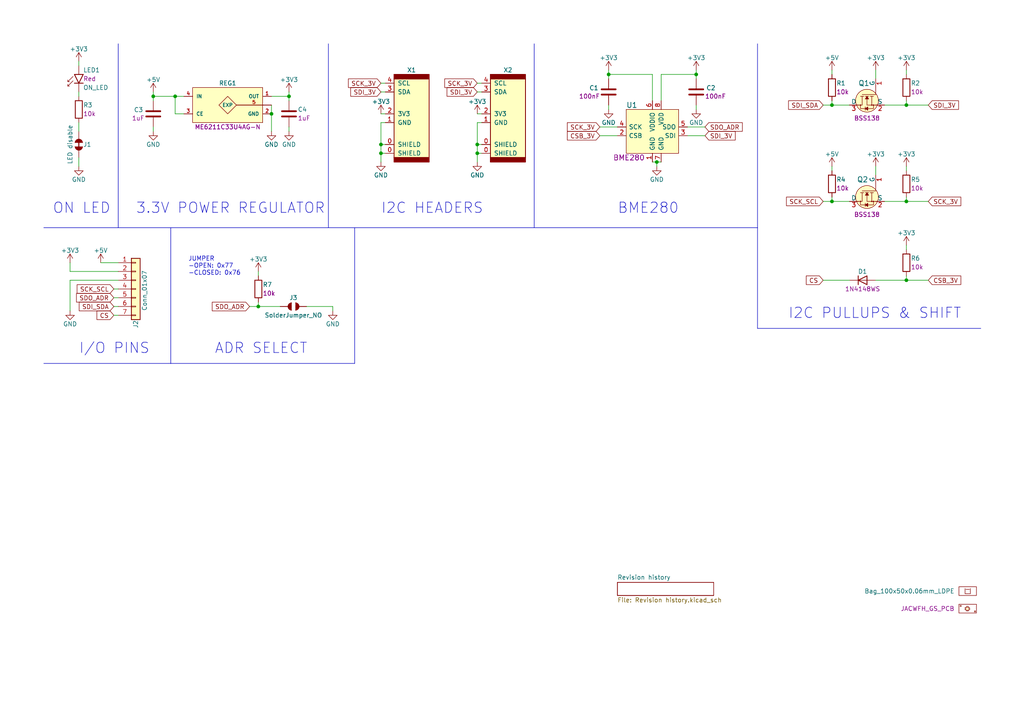
<source format=kicad_sch>
(kicad_sch (version 20230121) (generator eeschema)
  (paper "A4")
  (title_block (title "BLQJAZ_GS BMP280-module_U") (date "2022-10-10") (rev "1.0.0") (company "GroundStudio.ro"))
  (lib_symbols
    (symbol "GS_Global6:+3V3" (power) (pin_names (offset 0))
      (property "Value" "+3V3" (at 0 3.556 0))
      (symbol "+3V3_0_1"
        (polyline (pts (xy -0.762 1.27) (xy 0 2.54)))
        (polyline (pts (xy 0 0) (xy 0 2.54)))
        (polyline (pts (xy 0 2.54) (xy 0.762 1.27)))
      )
      (symbol "+3V3_1_1"
        (pin power_in line (at 0 0 90) (length 0) hide (name "+3V3") (number "1"))
      )
    )
    (symbol "GS_Global6:+5V" (power) (pin_names (offset 0))
      (property "Value" "+5V" (at 0 3.556 0))
      (symbol "+5V_0_1"
        (polyline (pts (xy -0.762 1.27) (xy 0 2.54)))
        (polyline (pts (xy 0 0) (xy 0 2.54)))
        (polyline (pts (xy 0 2.54) (xy 0.762 1.27)))
      )
      (symbol "+5V_1_1"
        (pin power_in line (at 0 0 90) (length 0) hide (name "+5V") (number "1"))
      )
    )
    (symbol "GS_Global6:Bag_100x50x0.06mm_LDPE" (pin_names (offset 1.016))
      (property "Value" "Bag_100x50x0.06mm_LDPE" (at 0 -3.556 0))
      (symbol "Bag_100x50x0.06mm_LDPE_0_1"
        (rectangle (start -2.54 1.27) (end 2.54 -1.27))
        (polyline (pts (xy -0.508 0.508) (xy 0.508 0.508)) (stroke (width 0.1524)))
        (polyline (pts (xy 0.762 -0.762) (xy 0.762 0.762)) (stroke (width 0.1524)))
        (polyline (pts (xy -0.762 0.762) (xy -0.762 -0.762) (xy 0.762 -0.762)) (stroke (width 0.1524)))
      )
    )
    (symbol "GS_Global6:C" (pin_numbers hide) (pin_names (offset 0.254))
      (property "Reference" "C" (at 0.635 2.54 0))
      (property "Value" "C" (at 0.635 -2.54 0))
      (symbol "C_0_1"
        (polyline (pts (xy -2.032 -0.762) (xy 2.032 -0.762)) (stroke (width 0.508)))
        (polyline (pts (xy -2.032 0.762) (xy 2.032 0.762)) (stroke (width 0.508)))
      )
      (symbol "C_1_1"
        (pin passive line (at 0 3.81 270) (length 2.794) (name "~") (number "1"))
        (pin passive line (at 0 -3.81 90) (length 2.794) (name "~") (number "2"))
      )
    )
    (symbol "GS_Global6:Conn_01x07" (pin_names (offset 1.016) hide)
      (property "Reference" "J" (at 0 10.16 0))
      (property "Value" "Conn_01x07" (at 0 -10.16 0))
      (symbol "Conn_01x07_1_1"
        (rectangle (start -1.27 -7.493) (end 0 -7.747) (stroke (width 0.1524)))
        (rectangle (start -1.27 -4.953) (end 0 -5.207) (stroke (width 0.1524)))
        (rectangle (start -1.27 -2.413) (end 0 -2.667) (stroke (width 0.1524)))
        (rectangle (start -1.27 0.127) (end 0 -0.127) (stroke (width 0.1524)))
        (rectangle (start -1.27 2.667) (end 0 2.413) (stroke (width 0.1524)))
        (rectangle (start -1.27 5.207) (end 0 4.953) (stroke (width 0.1524)))
        (rectangle (start -1.27 7.747) (end 0 7.493) (stroke (width 0.1524)))
        (rectangle (start -1.27 8.89) (end 1.27 -8.89) (stroke (width 0.254)) (fill (type background)))
        (pin passive line (at -5.08 7.62 0) (length 3.81) (name "Pin_1") (number "1"))
        (pin passive line (at -5.08 5.08 0) (length 3.81) (name "Pin_2") (number "2"))
        (pin passive line (at -5.08 2.54 0) (length 3.81) (name "Pin_3") (number "3"))
        (pin passive line (at -5.08 0 0) (length 3.81) (name "Pin_4") (number "4"))
        (pin passive line (at -5.08 -2.54 0) (length 3.81) (name "Pin_5") (number "5"))
        (pin passive line (at -5.08 -5.08 0) (length 3.81) (name "Pin_6") (number "6"))
        (pin passive line (at -5.08 -7.62 0) (length 3.81) (name "Pin_7") (number "7"))
      )
    )
    (symbol "GS_Global6:FBP1-1-4_ME6211C33U4AG-N" (pin_names (offset 1.016))
      (property "Reference" "REG" (at -8.89 8.89 0))
      (property "MPN" "ME6211C33U4AG-N" (at -2.54 10.16 0))
      (symbol "FBP1-1-4_ME6211C33U4AG-N_0_0"
        (pin power_out line (at 12.7 5.08 180) (length 2.54) (name "OUT") (number "1"))
        (pin power_in line (at 12.7 0 180) (length 2.54) (name "GND") (number "2"))
        (pin power_in line (at -12.7 0 0) (length 2.54) (name "CE") (number "3"))
        (pin power_in line (at -12.7 5.08 0) (length 2.54) (name "IN") (number "4"))
        (pin power_out line (at 12.7 2.54 180) (length 10.16) (name "EXP") (number "5"))
      )
      (symbol "FBP1-1-4_ME6211C33U4AG-N_0_1"
        (rectangle (start -10.16 7.62) (end 10.16 -2.54) (fill (type background)))
        (polyline (pts (xy -2.54 2.54) (xy 0 5.08) (xy 2.54 2.54) (xy 0 0) (xy -2.54 2.54)))
      )
    )
    (symbol "GS_Global6:GND" (power) (pin_names (offset 0))
      (property "Value" "GND" (at 0 -3.81 0))
      (symbol "GND_0_1"
        (polyline (pts (xy 0 0) (xy 0 -1.27) (xy 1.27 -1.27) (xy 0 -2.54) (xy -1.27 -1.27) (xy 0 -1.27)))
      )
      (symbol "GND_1_1"
        (pin power_in line (at 0 0 270) (length 0) hide (name "GND") (number "1"))
      )
    )
    (symbol "GS_Global6:LED_0402_RED" (pin_numbers hide) (pin_names (offset 1.016) hide)
      (property "Reference" "LED" (at 0.508 1.778 0))
      (property "Color" "Red" (at 0 0 0))
      (symbol "LED_0402_RED_0_1"
        (polyline (pts (xy -3.3782 3.2004) (xy -2.8702 3.2004)))
        (polyline (pts (xy -2.54 1.27) (xy -2.54 -1.27)) (stroke (width 0.254)))
        (polyline (pts (xy 0 0) (xy 0 0)))
        (polyline (pts (xy -1.8542 1.6764) (xy -3.3782 3.2004) (xy -3.3782 2.6924)))
        (polyline (pts (xy 0 -1.27) (xy -2.54 0) (xy 0 1.27) (xy 0 -1.27)) (stroke (width 0.254)))
        (polyline (pts (xy -0.5842 1.6764) (xy -2.1082 3.2004) (xy -2.1082 2.6924) (xy -2.1082 3.2004) (xy -1.6002 3.2004)))
      )
      (symbol "LED_0402_RED_1_1"
        (pin output line (at -5.08 0 0) (length 2.54) (name "K") (number "1"))
        (pin input line (at 2.54 0 180) (length 2.54) (name "A") (number "2"))
      )
    )
    (symbol "GS_Global6:LGA-8_2x2.5_BME280" (pin_names (offset 0.762))
      (property "Reference" "U" (at -6.35 8.89 0))
      (property "MPN" "BME280" (at 5.08 12.7 0))
      (symbol "LGA-8_2x2.5_BME280_0_1"
        (rectangle (start 7.62 7.62) (end -7.62 -5.08) (fill (type background)))
      )
      (symbol "LGA-8_2x2.5_BME280_1_1"
        (pin power_in line (at 0 -7.62 90) (length 2.54) (name "GND") (number "1"))
        (pin input line (at -10.16 0 0) (length 2.54) (name "CSB") (number "2"))
        (pin bidirectional line (at 10.16 0 180) (length 2.54) (name "SDI") (number "3"))
        (pin input line (at -10.16 2.54 0) (length 2.54) (name "SCK") (number "4"))
        (pin bidirectional line (at 10.16 2.54 180) (length 2.54) (name "SDO") (number "5"))
        (pin power_in line (at 0 10.16 270) (length 2.54) (name "VDDIO") (number "6"))
        (pin power_in line (at 2.54 -7.62 90) (length 2.54) (name "GND") (number "7"))
        (pin power_in line (at 2.54 10.16 270) (length 2.54) (name "VDD") (number "8"))
      )
    )
    (symbol "GS_Global6:PCB" (pin_names (offset 1.016))
      (symbol "PCB_0_1"
        (rectangle (start -2.54 1.27) (end 2.54 -1.27))
        (circle (center -2.032 0.7874) (radius 0.1778) (fill (type background)))
        (rectangle (start -0.5334 0.4318) (end 0.381 -0.4826) (fill (type background)))
        (polyline (pts (xy -0.254 -0.4826) (xy -0.254 -0.7874)))
        (polyline (pts (xy 0.1016 -0.5334) (xy 0.1016 -0.8128)))
        (polyline (pts (xy 0.381 0.1524) (xy 0.6604 0.1524)))
        (polyline (pts (xy 0.4064 -0.2032) (xy 0.6858 -0.2032)))
      )
      (symbol "PCB_1_1"
        (polyline (pts (xy -0.8636 -0.2032) (xy -0.5842 -0.2032)))
        (polyline (pts (xy -0.8636 0.2032) (xy -0.5842 0.2032)))
        (polyline (pts (xy -0.254 0.508) (xy -0.254 0.7874)))
        (polyline (pts (xy 0.1016 0.508) (xy 0.1016 0.7874)))
        (circle (center 2.1082 -0.8128) (radius 0.1778) (fill (type background)))
      )
    )
    (symbol "GS_Global6:R" (pin_numbers hide) (pin_names (offset 0))
      (property "Reference" "R" (at 2.032 0 90))
      (property "Value" "R" (at 0 0 90))
      (symbol "R_0_1"
        (rectangle (start -1.016 -2.54) (end 1.016 2.54) (stroke (width 0.254)))
      )
      (symbol "R_1_1"
        (pin passive line (at 0 3.81 270) (length 1.27) (name "~") (number "1"))
        (pin passive line (at 0 -3.81 90) (length 1.27) (name "~") (number "2"))
      )
    )
    (symbol "GS_Global6:SH_1x04_P1.0_H" (pin_names (offset 1.016))
      (property "Reference" "J" (at 1.27 13.97 0))
      (symbol "SH_1x04_P1.0_H_0_1"
        (rectangle (start -5.08 -11.43) (end 5.08 -12.7) (stroke (width 0.254)) (fill (type outline)))
        (rectangle (start -5.08 11.43) (end 5.08 -11.43) (stroke (width 0.254)) (fill (type background)))
        (rectangle (start -5.08 12.7) (end 5.08 11.43) (stroke (width 0.254)) (fill (type outline)))
      )
      (symbol "SH_1x04_P1.0_H_1_1"
        (pin power_out line (at -7.62 -10.16 0) (length 2.54) (name "SHIELD") (number "0"))
        (pin power_out line (at -7.62 -7.62 0) (length 2.54) (name "SHIELD") (number "0"))
        (pin power_out line (at -7.62 -1.27 0) (length 2.54) (name "GND") (number "1"))
        (pin power_in line (at -7.62 1.27 0) (length 2.54) (name "3V3") (number "2"))
        (pin bidirectional line (at -7.62 7.62 0) (length 2.54) (name "SDA") (number "3"))
        (pin bidirectional line (at -7.62 10.16 0) (length 2.54) (name "SCL") (number "4"))
      )
    )
    (symbol "GS_Global6:SOD-323_1N4148WS" (pin_numbers hide) (pin_names (offset 1.016) hide)
      (property "Reference" "D" (at 0 2.54 0))
      (property "MPN" "1N4148WS" (at 0 0 0))
      (symbol "SOD-323_1N4148WS_0_1"
        (polyline (pts (xy -1.27 1.27) (xy -1.27 -1.27)) (stroke (width 0.254)))
        (polyline (pts (xy 1.27 0) (xy -1.27 0)))
        (polyline (pts (xy 1.27 1.27) (xy 1.27 -1.27) (xy -1.27 0) (xy 1.27 1.27)) (stroke (width 0.254)))
      )
      (symbol "SOD-323_1N4148WS_1_1"
        (pin passive line (at -3.81 0 0) (length 2.54) (name "K") (number "1"))
        (pin passive line (at 3.81 0 180) (length 2.54) (name "A") (number "2"))
      )
    )
    (symbol "GS_Global6:SOT-23_BSS138" (pin_names (offset 0))
      (property "Reference" "Q" (at -2.6924 3.6322 0))
      (property "MPN" "BSS138" (at 0 0 0))
      (symbol "SOT-23_BSS138_0_1"
        (circle (center -1.27 0) (radius 3.302) (fill (type background)))
        (circle (center 0 -1.905) (radius 0.127))
        (circle (center 0 -1.397) (radius 0.127))
        (polyline (pts (xy 0 -1.397) (xy -2.54 -1.397)))
        (polyline (pts (xy -5.08 -2.54) (xy -3.048 -2.54) (xy -3.048 1.397)))
        (polyline (pts (xy 0 -2.54) (xy 0 0) (xy -2.54 0)))
        (polyline (pts (xy 0 2.54) (xy 0 1.397) (xy -2.54 1.397)))
        (polyline (pts (xy -0.127 -1.905) (xy 1.016 -1.905) (xy 1.016 1.397) (xy 1.016 1.905) (xy -0.127 1.905)))
        (circle (center 0 1.905) (radius 0.127))
      )
      (symbol "SOT-23_BSS138_1_1"
        (polyline (pts (xy -2.54 -1.397) (xy -2.54 -1.905)))
        (polyline (pts (xy -2.54 -1.397) (xy -2.54 -0.889)))
        (polyline (pts (xy -2.54 0) (xy -2.54 -0.508)))
        (polyline (pts (xy -2.54 0) (xy -2.54 0.508)))
        (polyline (pts (xy -2.54 1.905) (xy -2.54 0.889)))
        (polyline (pts (xy 1.524 0.508) (xy 0.508 0.508)))
        (polyline (pts (xy -2.54 0) (xy -1.778 0.508) (xy -1.778 -0.508) (xy -2.54 0)) (fill (type outline)))
        (polyline (pts (xy 1.016 0.508) (xy 0.508 -0.254) (xy 1.524 -0.254) (xy 1.016 0.508)) (fill (type outline)))
        (pin bidirectional line (at -7.62 -2.54 0) (length 2.54) (name "G") (number "1"))
        (pin bidirectional line (at 0 -5.08 90) (length 2.54) (name "S") (number "2"))
        (pin bidirectional line (at 0 5.08 270) (length 2.54) (name "D") (number "3"))
      )
    )
    (symbol "GS_Global6:SolderJumper_NC" (pin_numbers hide) (pin_names (offset 0) hide)
      (property "Reference" "J" (at 0 10.16 0))
      (property "Value" "SolderJumper_NC" (at 3.81 0 90))
      (symbol "SolderJumper_NC_0_1"
        (arc (start -1.0914 -0.4891) (mid -0.0034 -1.574) (end 1.0913 -0.4959) (fill (type outline)))
        (polyline (pts (xy 0 0.6604) (xy 0 -0.6096) (xy 0.0508 -0.7112)) (stroke (width 0.3)))
        (arc (start 1.0914 0.5907) (mid 0.0034 1.6756) (end -1.0913 0.5975) (fill (type outline)))
      )
      (symbol "SolderJumper_NC_1_1"
        (pin passive line (at 0 3.81 270) (length 2.9972) (name "1") (number "1"))
        (pin passive line (at 0 -3.81 90) (length 2.9972) (name "2") (number "2"))
      )
    )
    (symbol "GS_Global6:SolderJumper_NO" (pin_numbers hide) (pin_names (offset 0) hide)
      (property "Reference" "J" (at 0 10.16 0))
      (property "Value" "SolderJumper_NO" (at 3.81 0 90))
      (symbol "SolderJumper_NO_0_1"
        (arc (start -1.0914 -0.4891) (mid -0.0034 -1.574) (end 1.0913 -0.4959) (fill (type outline)))
        (arc (start 1.0914 0.5907) (mid 0.0034 1.6756) (end -1.0913 0.5975) (fill (type outline)))
      )
      (symbol "SolderJumper_NO_1_1"
        (pin passive line (at 0 3.81 270) (length 2.9972) (name "1") (number "1"))
        (pin passive line (at 0 -3.81 90) (length 2.9972) (name "2") (number "2"))
      )
    )
    (symbol "GS_Local:BMP280" (pin_names (offset 0.762))
      (property "Reference" "U" (at -6.35 8.89 0))
      (property "Value" "BMP280" (at 5.08 -6.35 0))
      (symbol "BMP280_0_1"
        (rectangle (start 7.62 7.62) (end -7.62 -5.08) (fill (type background)))
      )
      (symbol "BMP280_1_1"
        (pin power_in line (at 0 -7.62 90) (length 2.54) (name "GND") (number "1"))
        (pin input line (at -10.16 0 0) (length 2.54) (name "CSB") (number "2"))
        (pin bidirectional line (at 10.16 0 180) (length 2.54) (name "SDI") (number "3"))
        (pin input line (at -10.16 2.54 0) (length 2.54) (name "SCK") (number "4"))
        (pin bidirectional line (at 10.16 2.54 180) (length 2.54) (name "SDO") (number "5"))
        (pin power_in line (at 0 10.16 270) (length 2.54) (name "VDDIO") (number "6"))
        (pin power_in line (at 2.54 -7.62 90) (length 2.54) (name "GND") (number "7"))
        (pin power_in line (at 2.54 10.16 270) (length 2.54) (name "VDD") (number "8"))
      )
    )
    (symbol "GS_Local:BSS138" (pin_names (offset 0))
      (property "Reference" "Q" (at -2.6924 3.6322 0))
      (property "Value" "BSS138" (at 3.4544 0 90))
      (symbol "BSS138_0_1"
        (circle (center -1.27 0) (radius 3.302) (fill (type background)))
        (circle (center 0 -1.905) (radius 0.127))
        (circle (center 0 -1.397) (radius 0.127))
        (polyline (pts (xy 0 -1.397) (xy -2.54 -1.397)))
        (polyline (pts (xy -5.08 -2.54) (xy -3.048 -2.54) (xy -3.048 1.397)))
        (polyline (pts (xy 0 -2.54) (xy 0 0) (xy -2.54 0)))
        (polyline (pts (xy 0 2.54) (xy 0 1.397) (xy -2.54 1.397)))
        (polyline (pts (xy -0.127 -1.905) (xy 1.016 -1.905) (xy 1.016 1.397) (xy 1.016 1.905) (xy -0.127 1.905)))
        (circle (center 0 1.905) (radius 0.127))
      )
      (symbol "BSS138_1_1"
        (polyline (pts (xy -2.54 -1.397) (xy -2.54 -1.905)))
        (polyline (pts (xy -2.54 -1.397) (xy -2.54 -0.889)))
        (polyline (pts (xy -2.54 0) (xy -2.54 -0.508)))
        (polyline (pts (xy -2.54 0) (xy -2.54 0.508)))
        (polyline (pts (xy -2.54 1.905) (xy -2.54 0.889)))
        (polyline (pts (xy 1.524 0.508) (xy 0.508 0.508)))
        (polyline (pts (xy -2.54 0) (xy -1.778 0.508) (xy -1.778 -0.508) (xy -2.54 0)) (fill (type outline)))
        (polyline (pts (xy 1.016 0.508) (xy 0.508 -0.254) (xy 1.524 -0.254) (xy 1.016 0.508)) (fill (type outline)))
        (pin bidirectional line (at -7.62 -2.54 0) (length 2.54) (name "G") (number "1"))
        (pin bidirectional line (at 0 -5.08 90) (length 2.54) (name "S") (number "2"))
        (pin bidirectional line (at 0 5.08 270) (length 2.54) (name "D") (number "3"))
      )
    )
  )
  (junction (at 262.89 58.42))
  (junction (at 262.89 30.48))
  (junction (at 110.49 41.91))
  (junction (at 138.43 41.91))
  (junction (at 138.43 44.45))
  (junction (at 44.45 27.94))
  (junction (at 176.53 21.59))
  (junction (at 110.49 44.45))
  (junction (at 83.82 27.94))
  (junction (at 50.8 27.94))
  (junction (at 78.74 33.02))
  (junction (at 74.93 88.9))
  (junction (at 262.89 81.28))
  (junction (at 241.3 58.42))
  (junction (at 190.5 46.99))
  (junction (at 241.3 30.48))
  (junction (at 201.93 21.59))
  (wire (pts (xy 44.45 26.67) (xy 44.45 27.94)))
  (polyline (pts (xy 154.94 66.04) (xy 95.25 66.04)))
  (wire (pts (xy 241.3 29.21) (xy 241.3 30.48)))
  (polyline (pts (xy 49.53 66.04) (xy 49.53 105.41)))
  (polyline (pts (xy 154.94 12.7) (xy 154.94 66.04)))
  (polyline (pts (xy 34.29 66.04) (xy 95.25 66.04)))
  (wire (pts (xy 29.21 76.2) (xy 34.29 76.2)))
  (wire (pts (xy 191.77 29.21) (xy 191.77 21.59)))
  (wire (pts (xy 110.49 35.56) (xy 111.76 35.56)))
  (wire (pts (xy 138.43 41.91) (xy 138.43 44.45)))
  (wire (pts (xy 96.52 88.9) (xy 96.52 90.17)))
  (wire (pts (xy 33.02 83.82) (xy 34.29 83.82)))
  (wire (pts (xy 262.89 30.48) (xy 269.24 30.48)))
  (wire (pts (xy 110.49 46.99) (xy 110.49 44.45)))
  (polyline (pts (xy 219.71 95.25) (xy 284.48 95.25)))
  (wire (pts (xy 173.99 36.83) (xy 179.07 36.83)))
  (wire (pts (xy 254 48.26) (xy 254 50.8)))
  (wire (pts (xy 110.49 44.45) (xy 110.49 41.91)))
  (polyline (pts (xy 34.29 12.7) (xy 34.29 66.04)))
  (wire (pts (xy 44.45 27.94) (xy 50.8 27.94)))
  (wire (pts (xy 74.93 88.9) (xy 81.28 88.9)))
  (wire (pts (xy 33.02 91.44) (xy 34.29 91.44)))
  (wire (pts (xy 22.86 17.78) (xy 22.86 19.05)))
  (wire (pts (xy 50.8 33.02) (xy 53.34 33.02)))
  (wire (pts (xy 138.43 41.91) (xy 139.7 41.91)))
  (wire (pts (xy 190.5 48.26) (xy 190.5 46.99)))
  (wire (pts (xy 22.86 26.67) (xy 22.86 27.94)))
  (polyline (pts (xy 219.71 12.7) (xy 219.71 66.04)))
  (wire (pts (xy 201.93 31.75) (xy 201.93 30.48)))
  (wire (pts (xy 201.93 21.59) (xy 201.93 22.86)))
  (polyline (pts (xy 34.29 66.04) (xy 12.7 66.04)))
  (wire (pts (xy 138.43 35.56) (xy 138.43 41.91)))
  (polyline (pts (xy 102.87 66.04) (xy 102.87 105.41)))
  (wire (pts (xy 78.74 27.94) (xy 83.82 27.94)))
  (wire (pts (xy 22.86 45.72) (xy 22.86 48.26)))
  (wire (pts (xy 241.3 30.48) (xy 246.38 30.48)))
  (wire (pts (xy 110.49 41.91) (xy 111.76 41.91)))
  (wire (pts (xy 204.47 36.83) (xy 199.39 36.83)))
  (wire (pts (xy 238.76 81.28) (xy 246.38 81.28)))
  (wire (pts (xy 254 81.28) (xy 262.89 81.28)))
  (wire (pts (xy 83.82 26.67) (xy 83.82 27.94)))
  (wire (pts (xy 110.49 41.91) (xy 110.49 35.56)))
  (wire (pts (xy 256.54 58.42) (xy 262.89 58.42)))
  (polyline (pts (xy 102.87 105.41) (xy 49.53 105.41)))
  (wire (pts (xy 241.3 57.15) (xy 241.3 58.42)))
  (wire (pts (xy 110.49 33.02) (xy 111.76 33.02)))
  (wire (pts (xy 50.8 27.94) (xy 50.8 33.02)))
  (wire (pts (xy 241.3 58.42) (xy 246.38 58.42)))
  (wire (pts (xy 20.32 81.28) (xy 34.29 81.28)))
  (wire (pts (xy 78.74 30.48) (xy 78.74 33.02)))
  (wire (pts (xy 44.45 38.1) (xy 44.45 36.83)))
  (wire (pts (xy 241.3 21.59) (xy 241.3 20.32)))
  (wire (pts (xy 201.93 20.32) (xy 201.93 21.59)))
  (wire (pts (xy 176.53 21.59) (xy 189.23 21.59)))
  (wire (pts (xy 22.86 35.56) (xy 22.86 38.1)))
  (wire (pts (xy 238.76 58.42) (xy 241.3 58.42)))
  (wire (pts (xy 83.82 29.21) (xy 83.82 27.94)))
  (wire (pts (xy 204.47 39.37) (xy 199.39 39.37)))
  (wire (pts (xy 254 20.32) (xy 254 22.86)))
  (wire (pts (xy 191.77 46.99) (xy 190.5 46.99)))
  (wire (pts (xy 191.77 21.59) (xy 201.93 21.59)))
  (wire (pts (xy 189.23 29.21) (xy 189.23 21.59)))
  (wire (pts (xy 72.39 88.9) (xy 74.93 88.9)))
  (wire (pts (xy 78.74 38.1) (xy 78.74 33.02)))
  (wire (pts (xy 110.49 24.13) (xy 111.76 24.13)))
  (wire (pts (xy 44.45 29.21) (xy 44.45 27.94)))
  (wire (pts (xy 173.99 39.37) (xy 179.07 39.37)))
  (wire (pts (xy 262.89 57.15) (xy 262.89 58.42)))
  (polyline (pts (xy 219.71 66.04) (xy 219.71 95.25)))
  (wire (pts (xy 138.43 26.67) (xy 139.7 26.67)))
  (wire (pts (xy 20.32 78.74) (xy 34.29 78.74)))
  (wire (pts (xy 176.53 31.75) (xy 176.53 30.48)))
  (wire (pts (xy 256.54 30.48) (xy 262.89 30.48)))
  (polyline (pts (xy 49.53 105.41) (xy 12.7 105.41)))
  (wire (pts (xy 88.9 88.9) (xy 96.52 88.9)))
  (wire (pts (xy 110.49 44.45) (xy 111.76 44.45)))
  (wire (pts (xy 176.53 20.32) (xy 176.53 21.59)))
  (wire (pts (xy 262.89 48.26) (xy 262.89 49.53)))
  (wire (pts (xy 33.02 88.9) (xy 34.29 88.9)))
  (wire (pts (xy 262.89 81.28) (xy 269.24 81.28)))
  (wire (pts (xy 138.43 44.45) (xy 139.7 44.45)))
  (wire (pts (xy 262.89 80.01) (xy 262.89 81.28)))
  (wire (pts (xy 74.93 87.63) (xy 74.93 88.9)))
  (polyline (pts (xy 219.71 66.04) (xy 154.94 66.04)))
  (wire (pts (xy 50.8 27.94) (xy 53.34 27.94)))
  (wire (pts (xy 262.89 58.42) (xy 269.24 58.42)))
  (wire (pts (xy 33.02 86.36) (xy 34.29 86.36)))
  (wire (pts (xy 189.23 46.99) (xy 190.5 46.99)))
  (wire (pts (xy 262.89 20.32) (xy 262.89 21.59)))
  (wire (pts (xy 138.43 33.02) (xy 139.7 33.02)))
  (wire (pts (xy 241.3 48.26) (xy 241.3 49.53)))
  (wire (pts (xy 20.32 76.2) (xy 20.32 78.74)))
  (wire (pts (xy 262.89 29.21) (xy 262.89 30.48)))
  (wire (pts (xy 138.43 24.13) (xy 139.7 24.13)))
  (wire (pts (xy 139.7 35.56) (xy 138.43 35.56)))
  (wire (pts (xy 138.43 44.45) (xy 138.43 46.99)))
  (wire (pts (xy 83.82 38.1) (xy 83.82 36.83)))
  (wire (pts (xy 262.89 71.12) (xy 262.89 72.39)))
  (wire (pts (xy 238.76 30.48) (xy 241.3 30.48)))
  (wire (pts (xy 74.93 78.74) (xy 74.93 80.01)))
  (wire (pts (xy 110.49 26.67) (xy 111.76 26.67)))
  (polyline (pts (xy 95.25 12.7) (xy 95.25 66.04)))
  (wire (pts (xy 20.32 90.17) (xy 20.32 81.28)))
  (wire (pts (xy 176.53 21.59) (xy 176.53 22.86)))
  (text "BME280" (at 179.07 62.23 0) (effects (font (size 2.9972 2.9972)) (justify left bottom)))
  (text "JUMPER\n-OPEN: 0x77\n-CLOSED: 0x76" (at 54.61 80.01 0) (effects (font (size 1.27 1.27)) (justify left bottom)))
  (text "ADR SELECT\n" (at 62.23 102.87 0) (effects (font (size 2.9972 2.9972)) (justify left bottom)))
  (text "I2C PULLUPS & SHIFT" (at 228.6 92.71 0) (effects (font (size 2.9972 2.9972)) (justify left bottom)))
  (text "I/O PINS" (at 22.86 102.87 0) (effects (font (size 2.9972 2.9972)) (justify left bottom)))
  (text "3.3V POWER REGULATOR" (at 39.37 62.23 0) (effects (font (size 2.9972 2.9972)) (justify left bottom)))
  (text "ON LED\n" (at 15.24 62.23 0) (effects (font (size 2.9972 2.9972)) (justify left bottom)))
  (text "I2C HEADERS\n" (at 110.49 62.23 0) (effects (font (size 2.9972 2.9972)) (justify left bottom)))
  (global_label "SDO_ADR" (shape input) (at 33.02 86.36 180) (property "Intersheetrefs" "${INTERSHEET_REFS}" (effects hide)))
  (global_label "SDO_ADR" (shape input) (at 72.39 88.9 180) (property "Intersheetrefs" "${INTERSHEET_REFS}" (effects hide)))
  (global_label "SCK_SCL" (shape input) (at 238.76 58.42 180) (property "Intersheetrefs" "${INTERSHEET_REFS}" (effects hide)))
  (global_label "SDI_3V" (shape input) (at 110.49 26.67 180) (property "Intersheetrefs" "${INTERSHEET_REFS}" (effects hide)))
  (global_label "SCK_3V" (shape input) (at 110.49 24.13 180) (property "Intersheetrefs" "${INTERSHEET_REFS}" (effects hide)))
  (global_label "SCK_3V" (shape input) (at 138.43 24.13 180) (property "Intersheetrefs" "${INTERSHEET_REFS}" (effects hide)))
  (global_label "CSB_3V" (shape input) (at 173.99 39.37 180) (property "Intersheetrefs" "${INTERSHEET_REFS}" (effects hide)))
  (global_label "CSB_3V" (shape input) (at 269.24 81.28 0) (property "Intersheetrefs" "${INTERSHEET_REFS}" (effects hide)))
  (global_label "SCK_SCL" (shape input) (at 33.02 83.82 180) (property "Intersheetrefs" "${INTERSHEET_REFS}" (effects hide)))
  (global_label "SDI_3V" (shape input) (at 204.47 39.37 0) (property "Intersheetrefs" "${INTERSHEET_REFS}" (effects hide)))
  (global_label "CS" (shape input) (at 33.02 91.44 180) (property "Intersheetrefs" "${INTERSHEET_REFS}" (effects hide)))
  (global_label "SDO_ADR" (shape input) (at 204.47 36.83 0) (property "Intersheetrefs" "${INTERSHEET_REFS}" (effects hide)))
  (global_label "SDI_SDA" (shape input) (at 33.02 88.9 180) (property "Intersheetrefs" "${INTERSHEET_REFS}" (effects hide)))
  (global_label "SDI_3V" (shape input) (at 138.43 26.67 180) (property "Intersheetrefs" "${INTERSHEET_REFS}" (effects hide)))
  (global_label "CS" (shape input) (at 238.76 81.28 180) (property "Intersheetrefs" "${INTERSHEET_REFS}" (effects hide)))
  (global_label "SCK_3V" (shape input) (at 173.99 36.83 180) (property "Intersheetrefs" "${INTERSHEET_REFS}" (effects hide)))
  (global_label "SDI_SDA" (shape input) (at 238.76 30.48 180) (property "Intersheetrefs" "${INTERSHEET_REFS}" (effects hide)))
  (global_label "SCK_3V" (shape input) (at 269.24 58.42 0) (property "Intersheetrefs" "${INTERSHEET_REFS}" (effects hide)))
  (global_label "SDI_3V" (shape input) (at 269.24 30.48 0) (property "Intersheetrefs" "${INTERSHEET_REFS}" (effects hide)))
  (symbol (lib_id "GS_Global6:LGA-8_2x2.5_BME280") (at 189.23 39.37 0) (unit 1)
    (property "Reference" "U1" (at 181.61 30.48 0) (effects (font (size 1.524 1.524)) (justify left)))
    (property "Value" "LGA-8_2x2.5_BME280" (effects hide))
    (property "Footprint" "GS_Global6:LGA-8_2x2.5mm_BMP&BME280" (effects hide))
    (property "Datasheet" "https://datasheet.lcsc.com/lcsc/1811141121_Bosch-Sensortec-BME280_C92489.pdf" (effects hide))
    (property "Digi-Key_PN" "828-1064-1-ND" (effects hide))
    (property "MPN" "BME280" (at 177.8 45.72 0) (effects (font (size 1.524 1.524)) (justify left)))
    (property "Category" "Sensors, Transducers" (effects hide))
    (property "Family" "Pressure Sensors, Transducers" (effects hide))
    (property "DK_Datasheet_Link" "https://ae-bst.resource.bosch.com/media/_tech/media/datasheets/BST-BMP280-DS001.pdf" (effects hide))
    (property "DK_Detail_Page" "/product-detail/en/bosch-sensortec/BMP280/828-1064-1-ND/6136315" (effects hide))
    (property "Description" "High accuracy integrated sensors for pressure, humidity and temperature" (effects hide))
    (property "Manufacturer" "BOSCH" (effects hide))
    (property "Status" "Active" (effects hide))
    (property "LCSC" "C92489" (effects hide))
  )
  (symbol (lib_id "GS_Global6:GND") (at 190.5 48.26 0) (unit 1)
    (property "Reference" "#PWR019" (effects hide))
    (property "Value" "GND" (at 190.5 52.07 0))
  )
  (symbol (lib_id "GS_Global6:GND") (at 20.32 90.17 0) (unit 1)
    (property "Reference" "#PWR027" (effects hide))
    (property "Value" "GND" (at 20.32 93.98 0))
  )
  (symbol (lib_id "GS_Global6:+5V") (at 29.21 76.2 0) (unit 1)
    (property "Reference" "#PWR025" (effects hide))
    (property "Value" "+5V" (at 29.21 72.644 0))
  )
  (symbol (lib_id "GS_Global6:+5V") (at 44.45 26.67 0) (unit 1)
    (property "Reference" "#PWR07" (effects hide))
    (property "Value" "+5V" (at 44.45 23.114 0))
  )
  (symbol (lib_id "GS_Global6:C") (at 44.45 33.02 0) (mirror y) (unit 1)
    (property "Reference" "C3" (at 41.529 31.8516 0) (effects (justify left)))
    (property "Value" "C_0402_1uF_10V" (effects hide))
    (property "Footprint" "GS_Global6:C_0402_alt" (effects hide))
    (property "Datasheet" "https://datasheet.lcsc.com/szlcsc/2005061106_PSA-Prosperity-Dielectrics-FS15B105K100PKG_C525324.pdf" (effects hide))
    (property "MPN" "FS15B105K100PKG" (effects hide))
    (property "LCSC" "C525324" (effects hide))
    (property "Capacitance" "1uF" (at 41.91 34.29 0) (effects (justify left)))
  )
  (symbol (lib_id "GS_Global6:GND") (at 44.45 38.1 0) (mirror y) (unit 1)
    (property "Reference" "#PWR013" (effects hide))
    (property "Value" "GND" (at 44.45 41.91 0))
  )
  (symbol (lib_id "GS_Global6:GND") (at 78.74 38.1 0) (unit 1)
    (property "Reference" "#PWR014" (effects hide))
    (property "Value" "GND" (at 78.74 41.91 0))
  )
  (symbol (lib_id "GS_Global6:C") (at 83.82 33.02 0) (unit 1)
    (property "Reference" "C4" (at 86.36 31.75 0) (effects (justify left)))
    (property "Value" "C_0402_1uF_10V" (effects hide))
    (property "Footprint" "GS_Global6:C_0402_alt" (effects hide))
    (property "Datasheet" "https://datasheet.lcsc.com/szlcsc/2005061106_PSA-Prosperity-Dielectrics-FS15B105K100PKG_C525324.pdf" (effects hide))
    (property "MPN" "FS15B105K100PKG" (effects hide))
    (property "LCSC" "C525324" (effects hide))
    (property "Capacitance" "1uF" (at 86.36 34.29 0) (effects (justify left)))
  )
  (symbol (lib_id "GS_Global6:GND") (at 83.82 38.1 0) (unit 1)
    (property "Reference" "#PWR015" (effects hide))
    (property "Value" "GND" (at 83.82 41.91 0))
  )
  (symbol (lib_id "GS_Global6:Conn_01x07") (at 39.37 83.82 0) (unit 1)
    (property "Reference" "J2" (at 39.37 95.25 90) (effects (justify left)))
    (property "Value" "Conn_01x07" (at 41.91 90.17 90) (effects (justify left)))
    (property "Footprint" "GS_Global6:PinHeader_1x07_P2.54mm_Vertical_Male" (effects hide))
    (property "Datasheet" "https://datasheet.lcsc.com/szlcsc/2010160505_CJT-Changjiang-Connectors-A2541WV-7P_C225482.pdf" (effects hide))
    (property "MPN" "A2541WV-7P" (effects hide))
    (property "LCSC" "C225482" (effects hide))
  )
  (symbol (lib_id "GS_Global6:+3V3") (at 83.82 26.67 0) (unit 1)
    (property "Reference" "#PWR08" (effects hide))
    (property "Value" "+3V3" (at 83.82 23.114 0))
  )
  (symbol (lib_id "GS_Global6:LED_0402_RED") (at 22.86 21.59 90) (unit 1)
    (property "Reference" "LED1" (at 24.13 20.32 90) (effects (justify right)))
    (property "Value" "ON_LED" (at 24.13 25.4 90) (effects (justify right)))
    (property "Footprint" "GS_Global6:LED_0402_alt" (effects hide))
    (property "Datasheet" "https://datasheet.lcsc.com/lcsc/2009251739_TUOZHAN-TZ-P2-0402RTIA1-0-45T_C779449.pdf" (effects hide))
    (property "MPN" "TZ-P2-0402RTIA1-0.45T" (effects hide))
    (property "LCSC" "C779449" (effects hide))
    (property "Color" "Red" (at 24.13 22.86 90) (effects (justify right)))
  )
  (symbol (lib_id "GS_Global6:+3V3") (at 22.86 17.78 0) (unit 1)
    (property "Reference" "#PWR01" (effects hide))
    (property "Value" "+3V3" (at 22.86 14.224 0))
  )
  (symbol (lib_id "GS_Global6:GND") (at 22.86 48.26 0) (unit 1)
    (property "Reference" "#PWR018" (effects hide))
    (property "Value" "GND" (at 22.86 52.07 0))
  )
  (symbol (lib_id "GS_Global6:R") (at 22.86 31.75 0) (unit 1)
    (property "Reference" "R3" (at 24.13 30.48 0) (effects (justify left)))
    (property "Value" "R_0402_10k" (effects hide))
    (property "Footprint" "GS_Global6:R_0402_alt" (effects hide))
    (property "Datasheet" "https://datasheet.lcsc.com/lcsc/2205311845_UNI-ROYAL-Uniroyal-Elec-0402WGJ0103TCE_C25531.pdf" (effects hide))
    (property "MPN" "0402WGJ0103TCE" (effects hide))
    (property "LCSC" "C25531" (effects hide))
    (property "Resistance" "10k" (at 24.13 33.02 0) (effects (justify left)))
  )
  (symbol (lib_id "GS_Global6:C") (at 201.93 26.67 0) (unit 1)
    (property "Reference" "C2" (at 204.851 25.5016 0) (effects (justify left)))
    (property "Value" "C_0402_100nF_16V" (effects hide))
    (property "Footprint" "GS_Global6:C_0402_alt" (effects hide))
    (property "Datasheet" "https://datasheet.lcsc.com/szlcsc/1912111437_Walsin-Tech-Corp-0402B104K100CT_C387941.pdf" (effects hide))
    (property "MPN" "0402B104K100CT" (effects hide))
    (property "LCSC" "C387941" (effects hide))
    (property "Capacitance" "100nF" (at 204.47 27.94 0) (effects (justify left)))
  )
  (symbol (lib_id "GS_Global6:+3V3") (at 20.32 76.2 0) (unit 1)
    (property "Reference" "#PWR024" (effects hide))
    (property "Value" "+3V3" (at 20.32 72.644 0))
  )
  (symbol (lib_id "GS_Global6:GND") (at 201.93 31.75 0) (unit 1)
    (property "Reference" "#PWR010" (effects hide))
    (property "Value" "GND" (at 201.93 35.56 0))
  )
  (symbol (lib_id "GS_Global6:SolderJumper_NO") (at 85.09 88.9 270) (unit 1)
    (property "Reference" "J3" (at 85.09 86.36 90))
    (property "Value" "SolderJumper_NO" (at 85.09 91.44 90))
    (property "Footprint" "GS_Global6:SolderJumper_NO" (effects hide))
  )
  (symbol (lib_id "GS_Global6:GND") (at 96.52 90.17 0) (unit 1)
    (property "Reference" "#PWR028" (effects hide))
    (property "Value" "GND" (at 96.52 93.98 0))
  )
  (symbol (lib_id "GS_Global6:+3V3") (at 74.93 78.74 0) (unit 1)
    (property "Reference" "#PWR026" (effects hide))
    (property "Value" "+3V3" (at 74.93 75.184 0))
  )
  (symbol (lib_id "GS_Global6:+3V3") (at 262.89 71.12 0) (unit 1)
    (property "Reference" "#PWR023" (effects hide))
    (property "Value" "+3V3" (at 262.89 67.564 0))
  )
  (symbol (lib_id "GS_Global6:SOD-323_1N4148WS") (at 250.19 81.28 0) (mirror x) (unit 1)
    (property "Reference" "D1" (at 250.19 78.74 0))
    (property "Value" "1N4148WS" (effects hide))
    (property "Footprint" "GS_Global6:SOD-323" (effects hide))
    (property "Datasheet" "https://datasheet.lcsc.com/szlcsc/1809141512_Shandong-Jingdao-Microelectronics-1N4148WS_C108805.pdf" (effects hide))
    (property "MPN" "1N4148WS" (at 250.19 83.82 0))
    (property "LCSC" "C108805" (effects hide))
  )
  (symbol (lib_id "GS_Global6:+5V") (at 241.3 20.32 0) (unit 1)
    (property "Reference" "#PWR04" (effects hide))
    (property "Value" "+5V" (at 241.3 16.764 0))
  )
  (symbol (lib_id "GS_Global6:SOT-23_BSS138") (at 251.46 30.48 90) (mirror x) (unit 1)
    (property "Reference" "Q1" (at 248.92 24.13 90) (effects (font (size 1.524 1.524)) (justify right)))
    (property "Value" "BSS138" (effects hide))
    (property "Footprint" "GS_Global6:SOT-23" (effects hide))
    (property "Datasheet" "https://datasheet.lcsc.com/szlcsc/1912111437_Slkor-SLKORMICRO-Elec-BSS138_C426569.pdf" (effects hide))
    (property "MPN" "BSS138" (at 251.46 34.29 90))
    (property "LCSC" "C426569" (effects hide))
    (property "Digi-Key_PN" "BSS138CT-ND" (effects hide))
    (property "Description" "MOSFET N-CH 50V 220MA SOT-23" (effects hide))
  )
  (symbol (lib_id "GS_Global6:+3V3") (at 254 20.32 0) (unit 1)
    (property "Reference" "#PWR05" (effects hide))
    (property "Value" "+3V3" (at 254 16.764 0))
  )
  (symbol (lib_id "GS_Global6:+3V3") (at 254 48.26 0) (unit 1)
    (property "Reference" "#PWR021" (effects hide))
    (property "Value" "+3V3" (at 254 44.704 0))
  )
  (symbol (lib_id "GS_Global6:+3V3") (at 262.89 20.32 0) (unit 1)
    (property "Reference" "#PWR06" (effects hide))
    (property "Value" "+3V3" (at 262.89 16.764 0))
  )
  (symbol (lib_id "GS_Global6:GND") (at 138.43 46.99 0) (unit 1)
    (property "Reference" "#PWR017" (effects hide))
    (property "Value" "GND" (at 138.43 50.8 0))
  )
  (symbol (lib_id "GS_Global6:+3V3") (at 110.49 33.02 0) (unit 1)
    (property "Reference" "#PWR011" (effects hide))
    (property "Value" "+3V3" (at 110.49 29.464 0))
  )
  (symbol (lib_id "GS_Global6:+3V3") (at 138.43 33.02 0) (unit 1)
    (property "Reference" "#PWR012" (effects hide))
    (property "Value" "+3V3" (at 138.43 29.464 0))
  )
  (symbol (lib_id "GS_Global6:SH_1x04_P1.0_H") (at 119.38 34.29 0) (unit 1)
    (property "Reference" "X1" (at 119.38 20.32 0))
    (property "Value" "SH_1x04_P1.0_H" (effects hide))
    (property "Footprint" "GS_Global6:SH__1x04_P1.00mm_Horizontal" (effects hide))
    (property "Datasheet" "https://datasheet.lcsc.com/szlcsc/1811082116_BOOMELE-Boom-Precision-Elec-C145956_C145956.pdf" (effects hide))
    (property "MPN" "C145956" (effects hide))
    (property "LCSC" "C145956" (effects hide))
    (property "Descript" "0.039\"(1.00mm) 4 SMD,P=1mm Wire To Board" (effects hide))
  )
  (symbol (lib_id "GS_Global6:SH_1x04_P1.0_H") (at 147.32 34.29 0) (unit 1)
    (property "Reference" "X2" (at 147.32 20.32 0))
    (property "Value" "SH_1x04_P1.0_H" (effects hide))
    (property "Footprint" "GS_Global6:SH__1x04_P1.00mm_Horizontal" (effects hide))
    (property "Datasheet" "https://datasheet.lcsc.com/szlcsc/1811082116_BOOMELE-Boom-Precision-Elec-C145956_C145956.pdf" (effects hide))
    (property "MPN" "C145956" (effects hide))
    (property "LCSC" "C145956" (effects hide))
    (property "Descript" "0.039\"(1.00mm) 4 SMD,P=1mm Wire To Board" (effects hide))
  )
  (symbol (lib_id "GS_Global6:R") (at 241.3 53.34 0) (unit 1)
    (property "Reference" "R4" (at 242.57 52.07 0) (effects (justify left)))
    (property "Value" "R_0402_10k" (effects hide))
    (property "Footprint" "GS_Global6:R_0402_alt" (effects hide))
    (property "Datasheet" "https://datasheet.lcsc.com/szlcsc/1811091923_UNI-ROYAL-Uniroyal-Elec-0402WGJ0103TCE_C25531.pdf" (effects hide))
    (property "MPN" "0402WGJ0103TCE" (effects hide))
    (property "LCSC" "C25531" (effects hide))
    (property "Resistance" "10k" (at 242.57 54.61 0) (effects (justify left)))
  )
  (symbol (lib_id "GS_Global6:R") (at 241.3 25.4 0) (unit 1)
    (property "Reference" "R1" (at 242.57 24.13 0) (effects (justify left)))
    (property "Value" "R_0402_10k" (effects hide))
    (property "Footprint" "GS_Global6:R_0402_alt" (effects hide))
    (property "Datasheet" "https://datasheet.lcsc.com/szlcsc/1811091923_UNI-ROYAL-Uniroyal-Elec-0402WGJ0103TCE_C25531.pdf" (effects hide))
    (property "MPN" "0402WGJ0103TCE" (effects hide))
    (property "LCSC" "C25531" (effects hide))
    (property "Resistance" "10k" (at 242.57 26.67 0) (effects (justify left)))
  )
  (symbol (lib_id "GS_Global6:R") (at 262.89 25.4 0) (unit 1)
    (property "Reference" "R2" (at 264.16 24.13 0) (effects (justify left)))
    (property "Value" "R_0402_10k" (effects hide))
    (property "Footprint" "GS_Global6:R_0402_alt" (effects hide))
    (property "Datasheet" "https://datasheet.lcsc.com/szlcsc/1811091923_UNI-ROYAL-Uniroyal-Elec-0402WGJ0103TCE_C25531.pdf" (effects hide))
    (property "MPN" "0402WGJ0103TCE" (effects hide))
    (property "LCSC" "C25531" (effects hide))
    (property "Resistance" "10k" (at 264.16 26.67 0) (effects (justify left)))
  )
  (symbol (lib_id "GS_Global6:R") (at 262.89 53.34 0) (unit 1)
    (property "Reference" "R5" (at 264.16 52.07 0) (effects (justify left)))
    (property "Value" "R_0402_10k" (effects hide))
    (property "Footprint" "GS_Global6:R_0402_alt" (effects hide))
    (property "Datasheet" "https://datasheet.lcsc.com/szlcsc/1811091923_UNI-ROYAL-Uniroyal-Elec-0402WGJ0103TCE_C25531.pdf" (effects hide))
    (property "MPN" "0402WGJ0103TCE" (effects hide))
    (property "LCSC" "C25531" (effects hide))
    (property "Resistance" "10k" (at 264.16 54.61 0) (effects (justify left)))
  )
  (symbol (lib_id "GS_Global6:R") (at 74.93 83.82 0) (unit 1)
    (property "Reference" "R7" (at 76.2 82.55 0) (effects (justify left)))
    (property "Value" "R_0402_10k" (effects hide))
    (property "Footprint" "GS_Global6:R_0402_alt" (effects hide))
    (property "Datasheet" "https://datasheet.lcsc.com/szlcsc/1811091923_UNI-ROYAL-Uniroyal-Elec-0402WGJ0103TCE_C25531.pdf" (effects hide))
    (property "MPN" "0402WGJ0103TCE" (effects hide))
    (property "LCSC" "C25531" (effects hide))
    (property "Resistance" "10k" (at 76.2 85.09 0) (effects (justify left)))
  )
  (symbol (lib_id "GS_Global6:R") (at 262.89 76.2 0) (unit 1)
    (property "Reference" "R6" (at 264.16 74.93 0) (effects (justify left)))
    (property "Value" "R_0402_10k" (effects hide))
    (property "Footprint" "GS_Global6:R_0402_alt" (effects hide))
    (property "Datasheet" "https://datasheet.lcsc.com/szlcsc/1811091923_UNI-ROYAL-Uniroyal-Elec-0402WGJ0103TCE_C25531.pdf" (effects hide))
    (property "MPN" "0402WGJ0103TCE" (effects hide))
    (property "LCSC" "C25531" (effects hide))
    (property "Resistance" "10k" (at 264.16 77.47 0) (effects (justify left)))
  )
  (symbol (lib_id "GS_Global6:GND") (at 110.49 46.99 0) (unit 1)
    (property "Reference" "#PWR016" (effects hide))
    (property "Value" "GND" (at 110.49 50.8 0))
  )
  (symbol (lib_id "GS_Global6:+3V3") (at 201.93 20.32 0) (unit 1)
    (property "Reference" "#PWR03" (effects hide))
    (property "Value" "+3V3" (at 201.93 16.764 0))
  )
  (symbol (lib_id "GS_Global6:SOT-23_BSS138") (at 251.46 58.42 90) (mirror x) (unit 1)
    (property "Reference" "Q2" (at 250.19 52.07 90) (effects (font (size 1.524 1.524))))
    (property "Value" "BSS138" (effects hide))
    (property "Footprint" "GS_Global6:SOT-23" (effects hide))
    (property "Datasheet" "https://datasheet.lcsc.com/szlcsc/1912111437_Slkor-SLKORMICRO-Elec-BSS138_C426569.pdf" (effects hide))
    (property "MPN" "BSS138" (at 251.46 62.23 90))
    (property "LCSC" "C426569" (effects hide))
    (property "Digi-Key_PN" "BSS138CT-ND" (effects hide))
    (property "Description" "MOSFET N-CH 50V 220MA SOT-23" (effects hide))
  )
  (symbol (lib_id "GS_Global6:PCB") (at 280.67 176.53 0) (unit 1)
    (property "Reference" "P1" (effects hide))
    (property "Value" "PCB" (effects hide))
    (property "MPN" "JACWFH_GS_PCB" (at 276.86 176.53 0) (effects (justify right)))
  )
  (symbol (lib_id "GS_Global6:FBP1-1-4_ME6211C33U4AG-N") (at 66.04 33.02 0) (unit 1)
    (property "Reference" "REG1" (at 66.04 24.13 0))
    (property "Value" "FBP1-1-4_ME6211C33U4AG-N" (effects hide))
    (property "Footprint" "GS_Global6:FBP1-1-4" (effects hide))
    (property "Datasheet" "https://datasheet.lcsc.com/szlcsc/2005081834_MICRONE-Nanjing-Micro-One-Elec-ME6211C33U4AG-N_C428904.pdf" (effects hide))
    (property "MPN" "ME6211C33U4AG-N" (at 66.04 36.83 0))
    (property "LCSC" "C428904" (effects hide))
  )
  (symbol (lib_id "GS_Global6:SolderJumper_NC") (at 22.86 41.91 180) (unit 1)
    (property "Reference" "J1" (at 24.13 41.91 0) (effects (justify right)))
    (property "Value" "LED disable" (at 20.32 41.91 90))
    (property "Footprint" "GS_Global6:SolderJumper_NC" (effects hide))
  )
  (symbol (lib_id "GS_Global6:C") (at 176.53 26.67 0) (mirror y) (unit 1)
    (property "Reference" "C1" (at 173.609 25.5016 0) (effects (justify left)))
    (property "Value" "C_0402_100nF_16V" (effects hide))
    (property "Footprint" "GS_Global6:C_0402_alt" (effects hide))
    (property "Datasheet" "https://datasheet.lcsc.com/szlcsc/1912111437_Walsin-Tech-Corp-0402B104K100CT_C387941.pdf" (effects hide))
    (property "MPN" "0402B104K100CT" (effects hide))
    (property "LCSC" "C387941" (effects hide))
    (property "Capacitance" "100nF" (at 173.99 27.94 0) (effects (justify left)))
  )
  (symbol (lib_id "GS_Global6:GND") (at 176.53 31.75 0) (mirror y) (unit 1)
    (property "Reference" "#PWR09" (effects hide))
    (property "Value" "GND" (at 176.53 35.56 0))
  )
  (symbol (lib_id "GS_Global6:+3V3") (at 176.53 20.32 0) (unit 1)
    (property "Reference" "#PWR02" (effects hide))
    (property "Value" "+3V3" (at 176.53 16.764 0))
  )
  (symbol (lib_id "GS_Global6:Bag_100x50x0.06mm_LDPE") (at 280.67 171.45 0) (unit 1)
    (property "Reference" "B1" (effects hide))
    (property "Value" "Bag_100x50x0.06mm_LDPE" (at 276.86 171.45 0) (effects (justify right)))
    (property "MPN" "KFHHEG_B" (effects hide))
  )
  (symbol (lib_id "GS_Global6:+3V3") (at 262.89 48.26 0) (unit 1)
    (property "Reference" "#PWR022" (effects hide))
    (property "Value" "+3V3" (at 262.89 44.704 0))
  )
  (symbol (lib_id "GS_Global6:+5V") (at 241.3 48.26 0) (unit 1)
    (property "Reference" "#PWR020" (effects hide))
    (property "Value" "+5V" (at 241.3 44.704 0))
  )
  (sheet (at 179.07 168.91) (size 27.94 3.81) (stroke (width 0.1524))
    (property "Sheetname" "Revision history" (at 179.07 168.1984 0) (effects (justify left bottom)))
    (property "Sheetfile" "Revision history.kicad_sch" (at 179.07 173.3046 0) (effects (justify left top)))
  )
)
</source>
